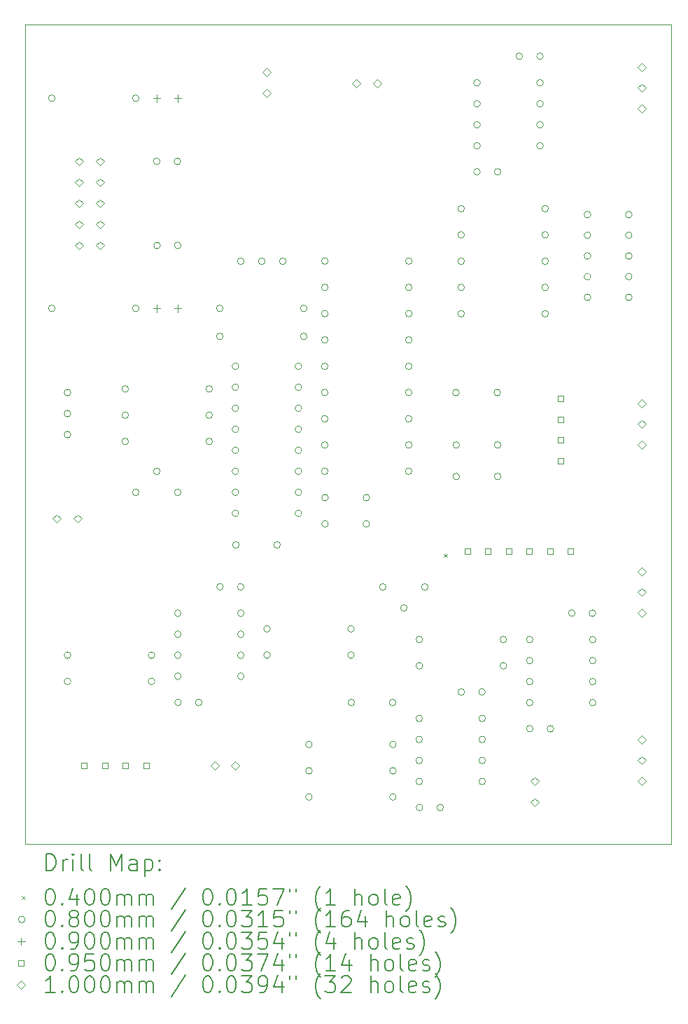
<source format=gbr>
%TF.GenerationSoftware,KiCad,Pcbnew,(6.0.11)*%
%TF.CreationDate,2023-07-18T09:20:42+09:00*%
%TF.ProjectId,3340VCO,33333430-5643-44f2-9e6b-696361645f70,1.0*%
%TF.SameCoordinates,Original*%
%TF.FileFunction,Drillmap*%
%TF.FilePolarity,Positive*%
%FSLAX45Y45*%
G04 Gerber Fmt 4.5, Leading zero omitted, Abs format (unit mm)*
G04 Created by KiCad (PCBNEW (6.0.11)) date 2023-07-18 09:20:42*
%MOMM*%
%LPD*%
G01*
G04 APERTURE LIST*
%ADD10C,0.100000*%
%ADD11C,0.200000*%
%ADD12C,0.040000*%
%ADD13C,0.080000*%
%ADD14C,0.090000*%
%ADD15C,0.095000*%
G04 APERTURE END LIST*
D10*
X17970500Y-5016500D02*
X10160000Y-5016500D01*
X10160000Y-5016500D02*
X10160000Y-14922500D01*
X10160000Y-14922500D02*
X17970500Y-14922500D01*
X17970500Y-14922500D02*
X17970500Y-5016500D01*
D11*
D12*
X15220000Y-11410000D02*
X15260000Y-11450000D01*
X15260000Y-11410000D02*
X15220000Y-11450000D01*
D13*
X10517500Y-5905500D02*
G75*
G03*
X10517500Y-5905500I-40000J0D01*
G01*
X10517500Y-8445500D02*
G75*
G03*
X10517500Y-8445500I-40000J0D01*
G01*
X10708000Y-9461500D02*
G75*
G03*
X10708000Y-9461500I-40000J0D01*
G01*
X10708000Y-9715500D02*
G75*
G03*
X10708000Y-9715500I-40000J0D01*
G01*
X10708000Y-9969500D02*
G75*
G03*
X10708000Y-9969500I-40000J0D01*
G01*
X10709000Y-12636500D02*
G75*
G03*
X10709000Y-12636500I-40000J0D01*
G01*
X10709000Y-12954000D02*
G75*
G03*
X10709000Y-12954000I-40000J0D01*
G01*
X11406500Y-9418000D02*
G75*
G03*
X11406500Y-9418000I-40000J0D01*
G01*
X11406500Y-9734500D02*
G75*
G03*
X11406500Y-9734500I-40000J0D01*
G01*
X11406500Y-10053000D02*
G75*
G03*
X11406500Y-10053000I-40000J0D01*
G01*
X11533500Y-5905500D02*
G75*
G03*
X11533500Y-5905500I-40000J0D01*
G01*
X11533500Y-8445500D02*
G75*
G03*
X11533500Y-8445500I-40000J0D01*
G01*
X11533500Y-10668000D02*
G75*
G03*
X11533500Y-10668000I-40000J0D01*
G01*
X11725000Y-12636500D02*
G75*
G03*
X11725000Y-12636500I-40000J0D01*
G01*
X11725000Y-12954000D02*
G75*
G03*
X11725000Y-12954000I-40000J0D01*
G01*
X11787500Y-6667500D02*
G75*
G03*
X11787500Y-6667500I-40000J0D01*
G01*
X11787500Y-10414000D02*
G75*
G03*
X11787500Y-10414000I-40000J0D01*
G01*
X11791500Y-7683500D02*
G75*
G03*
X11791500Y-7683500I-40000J0D01*
G01*
X12037500Y-6667500D02*
G75*
G03*
X12037500Y-6667500I-40000J0D01*
G01*
X12041500Y-7683500D02*
G75*
G03*
X12041500Y-7683500I-40000J0D01*
G01*
X12041500Y-10668000D02*
G75*
G03*
X12041500Y-10668000I-40000J0D01*
G01*
X12042500Y-12129500D02*
G75*
G03*
X12042500Y-12129500I-40000J0D01*
G01*
X12042500Y-12383500D02*
G75*
G03*
X12042500Y-12383500I-40000J0D01*
G01*
X12042500Y-12637500D02*
G75*
G03*
X12042500Y-12637500I-40000J0D01*
G01*
X12042500Y-12891500D02*
G75*
G03*
X12042500Y-12891500I-40000J0D01*
G01*
X12045500Y-13207000D02*
G75*
G03*
X12045500Y-13207000I-40000J0D01*
G01*
X12295500Y-13207000D02*
G75*
G03*
X12295500Y-13207000I-40000J0D01*
G01*
X12422500Y-9418000D02*
G75*
G03*
X12422500Y-9418000I-40000J0D01*
G01*
X12422500Y-9734500D02*
G75*
G03*
X12422500Y-9734500I-40000J0D01*
G01*
X12422500Y-10053000D02*
G75*
G03*
X12422500Y-10053000I-40000J0D01*
G01*
X12549500Y-8445500D02*
G75*
G03*
X12549500Y-8445500I-40000J0D01*
G01*
X12549500Y-8783000D02*
G75*
G03*
X12549500Y-8783000I-40000J0D01*
G01*
X12552500Y-11810000D02*
G75*
G03*
X12552500Y-11810000I-40000J0D01*
G01*
X12740000Y-9143000D02*
G75*
G03*
X12740000Y-9143000I-40000J0D01*
G01*
X12740000Y-9397000D02*
G75*
G03*
X12740000Y-9397000I-40000J0D01*
G01*
X12740000Y-9651000D02*
G75*
G03*
X12740000Y-9651000I-40000J0D01*
G01*
X12740000Y-9905000D02*
G75*
G03*
X12740000Y-9905000I-40000J0D01*
G01*
X12740000Y-10159000D02*
G75*
G03*
X12740000Y-10159000I-40000J0D01*
G01*
X12740000Y-10413000D02*
G75*
G03*
X12740000Y-10413000I-40000J0D01*
G01*
X12740000Y-10667000D02*
G75*
G03*
X12740000Y-10667000I-40000J0D01*
G01*
X12740000Y-10921000D02*
G75*
G03*
X12740000Y-10921000I-40000J0D01*
G01*
X12744000Y-11303000D02*
G75*
G03*
X12744000Y-11303000I-40000J0D01*
G01*
X12802500Y-11810000D02*
G75*
G03*
X12802500Y-11810000I-40000J0D01*
G01*
X12804500Y-7874000D02*
G75*
G03*
X12804500Y-7874000I-40000J0D01*
G01*
X12804500Y-12129500D02*
G75*
G03*
X12804500Y-12129500I-40000J0D01*
G01*
X12804500Y-12383500D02*
G75*
G03*
X12804500Y-12383500I-40000J0D01*
G01*
X12804500Y-12637500D02*
G75*
G03*
X12804500Y-12637500I-40000J0D01*
G01*
X12804500Y-12891500D02*
G75*
G03*
X12804500Y-12891500I-40000J0D01*
G01*
X13058500Y-7874000D02*
G75*
G03*
X13058500Y-7874000I-40000J0D01*
G01*
X13122000Y-12318000D02*
G75*
G03*
X13122000Y-12318000I-40000J0D01*
G01*
X13122000Y-12635500D02*
G75*
G03*
X13122000Y-12635500I-40000J0D01*
G01*
X13244000Y-11303000D02*
G75*
G03*
X13244000Y-11303000I-40000J0D01*
G01*
X13312500Y-7874000D02*
G75*
G03*
X13312500Y-7874000I-40000J0D01*
G01*
X13502000Y-9143000D02*
G75*
G03*
X13502000Y-9143000I-40000J0D01*
G01*
X13502000Y-9397000D02*
G75*
G03*
X13502000Y-9397000I-40000J0D01*
G01*
X13502000Y-9651000D02*
G75*
G03*
X13502000Y-9651000I-40000J0D01*
G01*
X13502000Y-9905000D02*
G75*
G03*
X13502000Y-9905000I-40000J0D01*
G01*
X13502000Y-10159000D02*
G75*
G03*
X13502000Y-10159000I-40000J0D01*
G01*
X13502000Y-10413000D02*
G75*
G03*
X13502000Y-10413000I-40000J0D01*
G01*
X13502000Y-10667000D02*
G75*
G03*
X13502000Y-10667000I-40000J0D01*
G01*
X13502000Y-10921000D02*
G75*
G03*
X13502000Y-10921000I-40000J0D01*
G01*
X13565500Y-8445500D02*
G75*
G03*
X13565500Y-8445500I-40000J0D01*
G01*
X13565500Y-8783000D02*
G75*
G03*
X13565500Y-8783000I-40000J0D01*
G01*
X13629000Y-13716000D02*
G75*
G03*
X13629000Y-13716000I-40000J0D01*
G01*
X13629000Y-14033500D02*
G75*
G03*
X13629000Y-14033500I-40000J0D01*
G01*
X13629000Y-14351000D02*
G75*
G03*
X13629000Y-14351000I-40000J0D01*
G01*
X13819500Y-9144000D02*
G75*
G03*
X13819500Y-9144000I-40000J0D01*
G01*
X13819500Y-9461500D02*
G75*
G03*
X13819500Y-9461500I-40000J0D01*
G01*
X13819500Y-9778000D02*
G75*
G03*
X13819500Y-9778000I-40000J0D01*
G01*
X13819500Y-10095500D02*
G75*
G03*
X13819500Y-10095500I-40000J0D01*
G01*
X13819500Y-10413000D02*
G75*
G03*
X13819500Y-10413000I-40000J0D01*
G01*
X13820500Y-7873000D02*
G75*
G03*
X13820500Y-7873000I-40000J0D01*
G01*
X13820500Y-8190500D02*
G75*
G03*
X13820500Y-8190500I-40000J0D01*
G01*
X13820500Y-8508000D02*
G75*
G03*
X13820500Y-8508000I-40000J0D01*
G01*
X13820500Y-8825500D02*
G75*
G03*
X13820500Y-8825500I-40000J0D01*
G01*
X13823500Y-10731500D02*
G75*
G03*
X13823500Y-10731500I-40000J0D01*
G01*
X13823500Y-11049000D02*
G75*
G03*
X13823500Y-11049000I-40000J0D01*
G01*
X14138000Y-12318000D02*
G75*
G03*
X14138000Y-12318000I-40000J0D01*
G01*
X14138000Y-12635500D02*
G75*
G03*
X14138000Y-12635500I-40000J0D01*
G01*
X14141000Y-13208000D02*
G75*
G03*
X14141000Y-13208000I-40000J0D01*
G01*
X14323500Y-10731500D02*
G75*
G03*
X14323500Y-10731500I-40000J0D01*
G01*
X14323500Y-11049000D02*
G75*
G03*
X14323500Y-11049000I-40000J0D01*
G01*
X14522000Y-11811000D02*
G75*
G03*
X14522000Y-11811000I-40000J0D01*
G01*
X14641000Y-13208000D02*
G75*
G03*
X14641000Y-13208000I-40000J0D01*
G01*
X14645000Y-13716000D02*
G75*
G03*
X14645000Y-13716000I-40000J0D01*
G01*
X14645000Y-14033500D02*
G75*
G03*
X14645000Y-14033500I-40000J0D01*
G01*
X14645000Y-14351000D02*
G75*
G03*
X14645000Y-14351000I-40000J0D01*
G01*
X14776000Y-12065000D02*
G75*
G03*
X14776000Y-12065000I-40000J0D01*
G01*
X14835500Y-9144000D02*
G75*
G03*
X14835500Y-9144000I-40000J0D01*
G01*
X14835500Y-9461500D02*
G75*
G03*
X14835500Y-9461500I-40000J0D01*
G01*
X14835500Y-9778000D02*
G75*
G03*
X14835500Y-9778000I-40000J0D01*
G01*
X14835500Y-10095500D02*
G75*
G03*
X14835500Y-10095500I-40000J0D01*
G01*
X14835500Y-10413000D02*
G75*
G03*
X14835500Y-10413000I-40000J0D01*
G01*
X14836500Y-7873000D02*
G75*
G03*
X14836500Y-7873000I-40000J0D01*
G01*
X14836500Y-8190500D02*
G75*
G03*
X14836500Y-8190500I-40000J0D01*
G01*
X14836500Y-8508000D02*
G75*
G03*
X14836500Y-8508000I-40000J0D01*
G01*
X14836500Y-8825500D02*
G75*
G03*
X14836500Y-8825500I-40000J0D01*
G01*
X14963500Y-13400500D02*
G75*
G03*
X14963500Y-13400500I-40000J0D01*
G01*
X14963500Y-13654500D02*
G75*
G03*
X14963500Y-13654500I-40000J0D01*
G01*
X14963500Y-13908500D02*
G75*
G03*
X14963500Y-13908500I-40000J0D01*
G01*
X14963500Y-14162500D02*
G75*
G03*
X14963500Y-14162500I-40000J0D01*
G01*
X14964500Y-12447000D02*
G75*
G03*
X14964500Y-12447000I-40000J0D01*
G01*
X14964500Y-12764500D02*
G75*
G03*
X14964500Y-12764500I-40000J0D01*
G01*
X14966500Y-14478000D02*
G75*
G03*
X14966500Y-14478000I-40000J0D01*
G01*
X15030000Y-11811000D02*
G75*
G03*
X15030000Y-11811000I-40000J0D01*
G01*
X15216500Y-14478000D02*
G75*
G03*
X15216500Y-14478000I-40000J0D01*
G01*
X15407000Y-9461500D02*
G75*
G03*
X15407000Y-9461500I-40000J0D01*
G01*
X15411000Y-10096500D02*
G75*
G03*
X15411000Y-10096500I-40000J0D01*
G01*
X15411000Y-10477500D02*
G75*
G03*
X15411000Y-10477500I-40000J0D01*
G01*
X15470500Y-7239000D02*
G75*
G03*
X15470500Y-7239000I-40000J0D01*
G01*
X15470500Y-7556500D02*
G75*
G03*
X15470500Y-7556500I-40000J0D01*
G01*
X15470500Y-7874000D02*
G75*
G03*
X15470500Y-7874000I-40000J0D01*
G01*
X15470500Y-8191500D02*
G75*
G03*
X15470500Y-8191500I-40000J0D01*
G01*
X15470500Y-8509000D02*
G75*
G03*
X15470500Y-8509000I-40000J0D01*
G01*
X15472500Y-13081000D02*
G75*
G03*
X15472500Y-13081000I-40000J0D01*
G01*
X15661000Y-6793500D02*
G75*
G03*
X15661000Y-6793500I-40000J0D01*
G01*
X15662000Y-5716000D02*
G75*
G03*
X15662000Y-5716000I-40000J0D01*
G01*
X15662000Y-5970000D02*
G75*
G03*
X15662000Y-5970000I-40000J0D01*
G01*
X15662000Y-6224000D02*
G75*
G03*
X15662000Y-6224000I-40000J0D01*
G01*
X15662000Y-6478000D02*
G75*
G03*
X15662000Y-6478000I-40000J0D01*
G01*
X15722500Y-13081000D02*
G75*
G03*
X15722500Y-13081000I-40000J0D01*
G01*
X15725500Y-13400500D02*
G75*
G03*
X15725500Y-13400500I-40000J0D01*
G01*
X15725500Y-13654500D02*
G75*
G03*
X15725500Y-13654500I-40000J0D01*
G01*
X15725500Y-13908500D02*
G75*
G03*
X15725500Y-13908500I-40000J0D01*
G01*
X15725500Y-14162500D02*
G75*
G03*
X15725500Y-14162500I-40000J0D01*
G01*
X15907000Y-9461500D02*
G75*
G03*
X15907000Y-9461500I-40000J0D01*
G01*
X15911000Y-6793500D02*
G75*
G03*
X15911000Y-6793500I-40000J0D01*
G01*
X15911000Y-10096500D02*
G75*
G03*
X15911000Y-10096500I-40000J0D01*
G01*
X15911000Y-10477500D02*
G75*
G03*
X15911000Y-10477500I-40000J0D01*
G01*
X15980500Y-12447000D02*
G75*
G03*
X15980500Y-12447000I-40000J0D01*
G01*
X15980500Y-12764500D02*
G75*
G03*
X15980500Y-12764500I-40000J0D01*
G01*
X16173000Y-5396500D02*
G75*
G03*
X16173000Y-5396500I-40000J0D01*
G01*
X16299000Y-12448000D02*
G75*
G03*
X16299000Y-12448000I-40000J0D01*
G01*
X16299000Y-12702000D02*
G75*
G03*
X16299000Y-12702000I-40000J0D01*
G01*
X16299000Y-12956000D02*
G75*
G03*
X16299000Y-12956000I-40000J0D01*
G01*
X16299000Y-13210000D02*
G75*
G03*
X16299000Y-13210000I-40000J0D01*
G01*
X16300000Y-13525500D02*
G75*
G03*
X16300000Y-13525500I-40000J0D01*
G01*
X16423000Y-5396500D02*
G75*
G03*
X16423000Y-5396500I-40000J0D01*
G01*
X16424000Y-5716000D02*
G75*
G03*
X16424000Y-5716000I-40000J0D01*
G01*
X16424000Y-5970000D02*
G75*
G03*
X16424000Y-5970000I-40000J0D01*
G01*
X16424000Y-6224000D02*
G75*
G03*
X16424000Y-6224000I-40000J0D01*
G01*
X16424000Y-6478000D02*
G75*
G03*
X16424000Y-6478000I-40000J0D01*
G01*
X16486500Y-7239000D02*
G75*
G03*
X16486500Y-7239000I-40000J0D01*
G01*
X16486500Y-7556500D02*
G75*
G03*
X16486500Y-7556500I-40000J0D01*
G01*
X16486500Y-7874000D02*
G75*
G03*
X16486500Y-7874000I-40000J0D01*
G01*
X16486500Y-8191500D02*
G75*
G03*
X16486500Y-8191500I-40000J0D01*
G01*
X16486500Y-8509000D02*
G75*
G03*
X16486500Y-8509000I-40000J0D01*
G01*
X16550000Y-13525500D02*
G75*
G03*
X16550000Y-13525500I-40000J0D01*
G01*
X16808000Y-12128500D02*
G75*
G03*
X16808000Y-12128500I-40000J0D01*
G01*
X16998250Y-7310500D02*
G75*
G03*
X16998250Y-7310500I-40000J0D01*
G01*
X16998250Y-7560500D02*
G75*
G03*
X16998250Y-7560500I-40000J0D01*
G01*
X16998250Y-7810500D02*
G75*
G03*
X16998250Y-7810500I-40000J0D01*
G01*
X16998250Y-8060500D02*
G75*
G03*
X16998250Y-8060500I-40000J0D01*
G01*
X16998250Y-8310500D02*
G75*
G03*
X16998250Y-8310500I-40000J0D01*
G01*
X17058000Y-12128500D02*
G75*
G03*
X17058000Y-12128500I-40000J0D01*
G01*
X17061000Y-12448000D02*
G75*
G03*
X17061000Y-12448000I-40000J0D01*
G01*
X17061000Y-12702000D02*
G75*
G03*
X17061000Y-12702000I-40000J0D01*
G01*
X17061000Y-12956000D02*
G75*
G03*
X17061000Y-12956000I-40000J0D01*
G01*
X17061000Y-13210000D02*
G75*
G03*
X17061000Y-13210000I-40000J0D01*
G01*
X17498250Y-7310500D02*
G75*
G03*
X17498250Y-7310500I-40000J0D01*
G01*
X17498250Y-7560500D02*
G75*
G03*
X17498250Y-7560500I-40000J0D01*
G01*
X17498250Y-7810500D02*
G75*
G03*
X17498250Y-7810500I-40000J0D01*
G01*
X17498250Y-8060500D02*
G75*
G03*
X17498250Y-8060500I-40000J0D01*
G01*
X17498250Y-8310500D02*
G75*
G03*
X17498250Y-8310500I-40000J0D01*
G01*
D14*
X11747500Y-5860500D02*
X11747500Y-5950500D01*
X11702500Y-5905500D02*
X11792500Y-5905500D01*
X11747500Y-8400500D02*
X11747500Y-8490500D01*
X11702500Y-8445500D02*
X11792500Y-8445500D01*
X12001500Y-5860500D02*
X12001500Y-5950500D01*
X11956500Y-5905500D02*
X12046500Y-5905500D01*
X12001500Y-8400500D02*
X12001500Y-8490500D01*
X11956500Y-8445500D02*
X12046500Y-8445500D01*
D15*
X10904088Y-14003588D02*
X10904088Y-13936412D01*
X10836912Y-13936412D01*
X10836912Y-14003588D01*
X10904088Y-14003588D01*
X11154088Y-14003588D02*
X11154088Y-13936412D01*
X11086912Y-13936412D01*
X11086912Y-14003588D01*
X11154088Y-14003588D01*
X11404088Y-14003588D02*
X11404088Y-13936412D01*
X11336912Y-13936412D01*
X11336912Y-14003588D01*
X11404088Y-14003588D01*
X11654088Y-14003588D02*
X11654088Y-13936412D01*
X11586912Y-13936412D01*
X11586912Y-14003588D01*
X11654088Y-14003588D01*
X15537588Y-11411088D02*
X15537588Y-11343912D01*
X15470412Y-11343912D01*
X15470412Y-11411088D01*
X15537588Y-11411088D01*
X15787588Y-11411088D02*
X15787588Y-11343912D01*
X15720412Y-11343912D01*
X15720412Y-11411088D01*
X15787588Y-11411088D01*
X16037588Y-11411088D02*
X16037588Y-11343912D01*
X15970412Y-11343912D01*
X15970412Y-11411088D01*
X16037588Y-11411088D01*
X16287588Y-11411088D02*
X16287588Y-11343912D01*
X16220412Y-11343912D01*
X16220412Y-11411088D01*
X16287588Y-11411088D01*
X16537588Y-11411088D02*
X16537588Y-11343912D01*
X16470412Y-11343912D01*
X16470412Y-11411088D01*
X16537588Y-11411088D01*
X16670588Y-9570588D02*
X16670588Y-9503412D01*
X16603412Y-9503412D01*
X16603412Y-9570588D01*
X16670588Y-9570588D01*
X16670588Y-9820588D02*
X16670588Y-9753412D01*
X16603412Y-9753412D01*
X16603412Y-9820588D01*
X16670588Y-9820588D01*
X16670588Y-10070588D02*
X16670588Y-10003412D01*
X16603412Y-10003412D01*
X16603412Y-10070588D01*
X16670588Y-10070588D01*
X16670588Y-10320588D02*
X16670588Y-10253412D01*
X16603412Y-10253412D01*
X16603412Y-10320588D01*
X16670588Y-10320588D01*
X16787588Y-11411088D02*
X16787588Y-11343912D01*
X16720412Y-11343912D01*
X16720412Y-11411088D01*
X16787588Y-11411088D01*
D10*
X10541000Y-11035500D02*
X10591000Y-10985500D01*
X10541000Y-10935500D01*
X10491000Y-10985500D01*
X10541000Y-11035500D01*
X10795000Y-11035500D02*
X10845000Y-10985500D01*
X10795000Y-10935500D01*
X10745000Y-10985500D01*
X10795000Y-11035500D01*
X10806750Y-6717500D02*
X10856750Y-6667500D01*
X10806750Y-6617500D01*
X10756750Y-6667500D01*
X10806750Y-6717500D01*
X10806750Y-6971500D02*
X10856750Y-6921500D01*
X10806750Y-6871500D01*
X10756750Y-6921500D01*
X10806750Y-6971500D01*
X10806750Y-7225500D02*
X10856750Y-7175500D01*
X10806750Y-7125500D01*
X10756750Y-7175500D01*
X10806750Y-7225500D01*
X10806750Y-7479500D02*
X10856750Y-7429500D01*
X10806750Y-7379500D01*
X10756750Y-7429500D01*
X10806750Y-7479500D01*
X10806750Y-7733500D02*
X10856750Y-7683500D01*
X10806750Y-7633500D01*
X10756750Y-7683500D01*
X10806750Y-7733500D01*
X11060750Y-6717500D02*
X11110750Y-6667500D01*
X11060750Y-6617500D01*
X11010750Y-6667500D01*
X11060750Y-6717500D01*
X11060750Y-6971500D02*
X11110750Y-6921500D01*
X11060750Y-6871500D01*
X11010750Y-6921500D01*
X11060750Y-6971500D01*
X11060750Y-7225500D02*
X11110750Y-7175500D01*
X11060750Y-7125500D01*
X11010750Y-7175500D01*
X11060750Y-7225500D01*
X11060750Y-7479500D02*
X11110750Y-7429500D01*
X11060750Y-7379500D01*
X11010750Y-7429500D01*
X11060750Y-7479500D01*
X11060750Y-7733500D02*
X11110750Y-7683500D01*
X11060750Y-7633500D01*
X11010750Y-7683500D01*
X11060750Y-7733500D01*
X12448000Y-14020000D02*
X12498000Y-13970000D01*
X12448000Y-13920000D01*
X12398000Y-13970000D01*
X12448000Y-14020000D01*
X12698000Y-14020000D02*
X12748000Y-13970000D01*
X12698000Y-13920000D01*
X12648000Y-13970000D01*
X12698000Y-14020000D01*
X13081000Y-5638000D02*
X13131000Y-5588000D01*
X13081000Y-5538000D01*
X13031000Y-5588000D01*
X13081000Y-5638000D01*
X13081000Y-5892000D02*
X13131000Y-5842000D01*
X13081000Y-5792000D01*
X13031000Y-5842000D01*
X13081000Y-5892000D01*
X14162500Y-5776000D02*
X14212500Y-5726000D01*
X14162500Y-5676000D01*
X14112500Y-5726000D01*
X14162500Y-5776000D01*
X14412500Y-5776000D02*
X14462500Y-5726000D01*
X14412500Y-5676000D01*
X14362500Y-5726000D01*
X14412500Y-5776000D01*
X16319500Y-14210500D02*
X16369500Y-14160500D01*
X16319500Y-14110500D01*
X16269500Y-14160500D01*
X16319500Y-14210500D01*
X16319500Y-14464500D02*
X16369500Y-14414500D01*
X16319500Y-14364500D01*
X16269500Y-14414500D01*
X16319500Y-14464500D01*
X17613000Y-5578500D02*
X17663000Y-5528500D01*
X17613000Y-5478500D01*
X17563000Y-5528500D01*
X17613000Y-5578500D01*
X17613000Y-5828500D02*
X17663000Y-5778500D01*
X17613000Y-5728500D01*
X17563000Y-5778500D01*
X17613000Y-5828500D01*
X17613000Y-6078500D02*
X17663000Y-6028500D01*
X17613000Y-5978500D01*
X17563000Y-6028500D01*
X17613000Y-6078500D01*
X17613000Y-9642500D02*
X17663000Y-9592500D01*
X17613000Y-9542500D01*
X17563000Y-9592500D01*
X17613000Y-9642500D01*
X17613000Y-9892500D02*
X17663000Y-9842500D01*
X17613000Y-9792500D01*
X17563000Y-9842500D01*
X17613000Y-9892500D01*
X17613000Y-10142500D02*
X17663000Y-10092500D01*
X17613000Y-10042500D01*
X17563000Y-10092500D01*
X17613000Y-10142500D01*
X17613000Y-11674500D02*
X17663000Y-11624500D01*
X17613000Y-11574500D01*
X17563000Y-11624500D01*
X17613000Y-11674500D01*
X17613000Y-11924500D02*
X17663000Y-11874500D01*
X17613000Y-11824500D01*
X17563000Y-11874500D01*
X17613000Y-11924500D01*
X17613000Y-12174500D02*
X17663000Y-12124500D01*
X17613000Y-12074500D01*
X17563000Y-12124500D01*
X17613000Y-12174500D01*
X17613000Y-13706500D02*
X17663000Y-13656500D01*
X17613000Y-13606500D01*
X17563000Y-13656500D01*
X17613000Y-13706500D01*
X17613000Y-13956500D02*
X17663000Y-13906500D01*
X17613000Y-13856500D01*
X17563000Y-13906500D01*
X17613000Y-13956500D01*
X17613000Y-14206500D02*
X17663000Y-14156500D01*
X17613000Y-14106500D01*
X17563000Y-14156500D01*
X17613000Y-14206500D01*
D11*
X10412619Y-15237976D02*
X10412619Y-15037976D01*
X10460238Y-15037976D01*
X10488810Y-15047500D01*
X10507857Y-15066548D01*
X10517381Y-15085595D01*
X10526905Y-15123690D01*
X10526905Y-15152262D01*
X10517381Y-15190357D01*
X10507857Y-15209405D01*
X10488810Y-15228452D01*
X10460238Y-15237976D01*
X10412619Y-15237976D01*
X10612619Y-15237976D02*
X10612619Y-15104643D01*
X10612619Y-15142738D02*
X10622143Y-15123690D01*
X10631667Y-15114167D01*
X10650714Y-15104643D01*
X10669762Y-15104643D01*
X10736429Y-15237976D02*
X10736429Y-15104643D01*
X10736429Y-15037976D02*
X10726905Y-15047500D01*
X10736429Y-15057024D01*
X10745952Y-15047500D01*
X10736429Y-15037976D01*
X10736429Y-15057024D01*
X10860238Y-15237976D02*
X10841190Y-15228452D01*
X10831667Y-15209405D01*
X10831667Y-15037976D01*
X10965000Y-15237976D02*
X10945952Y-15228452D01*
X10936429Y-15209405D01*
X10936429Y-15037976D01*
X11193571Y-15237976D02*
X11193571Y-15037976D01*
X11260238Y-15180833D01*
X11326905Y-15037976D01*
X11326905Y-15237976D01*
X11507857Y-15237976D02*
X11507857Y-15133214D01*
X11498333Y-15114167D01*
X11479286Y-15104643D01*
X11441190Y-15104643D01*
X11422143Y-15114167D01*
X11507857Y-15228452D02*
X11488809Y-15237976D01*
X11441190Y-15237976D01*
X11422143Y-15228452D01*
X11412619Y-15209405D01*
X11412619Y-15190357D01*
X11422143Y-15171309D01*
X11441190Y-15161786D01*
X11488809Y-15161786D01*
X11507857Y-15152262D01*
X11603095Y-15104643D02*
X11603095Y-15304643D01*
X11603095Y-15114167D02*
X11622143Y-15104643D01*
X11660238Y-15104643D01*
X11679286Y-15114167D01*
X11688809Y-15123690D01*
X11698333Y-15142738D01*
X11698333Y-15199881D01*
X11688809Y-15218928D01*
X11679286Y-15228452D01*
X11660238Y-15237976D01*
X11622143Y-15237976D01*
X11603095Y-15228452D01*
X11784048Y-15218928D02*
X11793571Y-15228452D01*
X11784048Y-15237976D01*
X11774524Y-15228452D01*
X11784048Y-15218928D01*
X11784048Y-15237976D01*
X11784048Y-15114167D02*
X11793571Y-15123690D01*
X11784048Y-15133214D01*
X11774524Y-15123690D01*
X11784048Y-15114167D01*
X11784048Y-15133214D01*
D12*
X10115000Y-15547500D02*
X10155000Y-15587500D01*
X10155000Y-15547500D02*
X10115000Y-15587500D01*
D11*
X10450714Y-15457976D02*
X10469762Y-15457976D01*
X10488810Y-15467500D01*
X10498333Y-15477024D01*
X10507857Y-15496071D01*
X10517381Y-15534167D01*
X10517381Y-15581786D01*
X10507857Y-15619881D01*
X10498333Y-15638928D01*
X10488810Y-15648452D01*
X10469762Y-15657976D01*
X10450714Y-15657976D01*
X10431667Y-15648452D01*
X10422143Y-15638928D01*
X10412619Y-15619881D01*
X10403095Y-15581786D01*
X10403095Y-15534167D01*
X10412619Y-15496071D01*
X10422143Y-15477024D01*
X10431667Y-15467500D01*
X10450714Y-15457976D01*
X10603095Y-15638928D02*
X10612619Y-15648452D01*
X10603095Y-15657976D01*
X10593571Y-15648452D01*
X10603095Y-15638928D01*
X10603095Y-15657976D01*
X10784048Y-15524643D02*
X10784048Y-15657976D01*
X10736429Y-15448452D02*
X10688810Y-15591309D01*
X10812619Y-15591309D01*
X10926905Y-15457976D02*
X10945952Y-15457976D01*
X10965000Y-15467500D01*
X10974524Y-15477024D01*
X10984048Y-15496071D01*
X10993571Y-15534167D01*
X10993571Y-15581786D01*
X10984048Y-15619881D01*
X10974524Y-15638928D01*
X10965000Y-15648452D01*
X10945952Y-15657976D01*
X10926905Y-15657976D01*
X10907857Y-15648452D01*
X10898333Y-15638928D01*
X10888810Y-15619881D01*
X10879286Y-15581786D01*
X10879286Y-15534167D01*
X10888810Y-15496071D01*
X10898333Y-15477024D01*
X10907857Y-15467500D01*
X10926905Y-15457976D01*
X11117381Y-15457976D02*
X11136429Y-15457976D01*
X11155476Y-15467500D01*
X11165000Y-15477024D01*
X11174524Y-15496071D01*
X11184048Y-15534167D01*
X11184048Y-15581786D01*
X11174524Y-15619881D01*
X11165000Y-15638928D01*
X11155476Y-15648452D01*
X11136429Y-15657976D01*
X11117381Y-15657976D01*
X11098333Y-15648452D01*
X11088810Y-15638928D01*
X11079286Y-15619881D01*
X11069762Y-15581786D01*
X11069762Y-15534167D01*
X11079286Y-15496071D01*
X11088810Y-15477024D01*
X11098333Y-15467500D01*
X11117381Y-15457976D01*
X11269762Y-15657976D02*
X11269762Y-15524643D01*
X11269762Y-15543690D02*
X11279286Y-15534167D01*
X11298333Y-15524643D01*
X11326905Y-15524643D01*
X11345952Y-15534167D01*
X11355476Y-15553214D01*
X11355476Y-15657976D01*
X11355476Y-15553214D02*
X11365000Y-15534167D01*
X11384048Y-15524643D01*
X11412619Y-15524643D01*
X11431667Y-15534167D01*
X11441190Y-15553214D01*
X11441190Y-15657976D01*
X11536428Y-15657976D02*
X11536428Y-15524643D01*
X11536428Y-15543690D02*
X11545952Y-15534167D01*
X11565000Y-15524643D01*
X11593571Y-15524643D01*
X11612619Y-15534167D01*
X11622143Y-15553214D01*
X11622143Y-15657976D01*
X11622143Y-15553214D02*
X11631667Y-15534167D01*
X11650714Y-15524643D01*
X11679286Y-15524643D01*
X11698333Y-15534167D01*
X11707857Y-15553214D01*
X11707857Y-15657976D01*
X12098333Y-15448452D02*
X11926905Y-15705595D01*
X12355476Y-15457976D02*
X12374524Y-15457976D01*
X12393571Y-15467500D01*
X12403095Y-15477024D01*
X12412619Y-15496071D01*
X12422143Y-15534167D01*
X12422143Y-15581786D01*
X12412619Y-15619881D01*
X12403095Y-15638928D01*
X12393571Y-15648452D01*
X12374524Y-15657976D01*
X12355476Y-15657976D01*
X12336428Y-15648452D01*
X12326905Y-15638928D01*
X12317381Y-15619881D01*
X12307857Y-15581786D01*
X12307857Y-15534167D01*
X12317381Y-15496071D01*
X12326905Y-15477024D01*
X12336428Y-15467500D01*
X12355476Y-15457976D01*
X12507857Y-15638928D02*
X12517381Y-15648452D01*
X12507857Y-15657976D01*
X12498333Y-15648452D01*
X12507857Y-15638928D01*
X12507857Y-15657976D01*
X12641190Y-15457976D02*
X12660238Y-15457976D01*
X12679286Y-15467500D01*
X12688809Y-15477024D01*
X12698333Y-15496071D01*
X12707857Y-15534167D01*
X12707857Y-15581786D01*
X12698333Y-15619881D01*
X12688809Y-15638928D01*
X12679286Y-15648452D01*
X12660238Y-15657976D01*
X12641190Y-15657976D01*
X12622143Y-15648452D01*
X12612619Y-15638928D01*
X12603095Y-15619881D01*
X12593571Y-15581786D01*
X12593571Y-15534167D01*
X12603095Y-15496071D01*
X12612619Y-15477024D01*
X12622143Y-15467500D01*
X12641190Y-15457976D01*
X12898333Y-15657976D02*
X12784048Y-15657976D01*
X12841190Y-15657976D02*
X12841190Y-15457976D01*
X12822143Y-15486548D01*
X12803095Y-15505595D01*
X12784048Y-15515119D01*
X13079286Y-15457976D02*
X12984048Y-15457976D01*
X12974524Y-15553214D01*
X12984048Y-15543690D01*
X13003095Y-15534167D01*
X13050714Y-15534167D01*
X13069762Y-15543690D01*
X13079286Y-15553214D01*
X13088809Y-15572262D01*
X13088809Y-15619881D01*
X13079286Y-15638928D01*
X13069762Y-15648452D01*
X13050714Y-15657976D01*
X13003095Y-15657976D01*
X12984048Y-15648452D01*
X12974524Y-15638928D01*
X13155476Y-15457976D02*
X13288809Y-15457976D01*
X13203095Y-15657976D01*
X13355476Y-15457976D02*
X13355476Y-15496071D01*
X13431667Y-15457976D02*
X13431667Y-15496071D01*
X13726905Y-15734167D02*
X13717381Y-15724643D01*
X13698333Y-15696071D01*
X13688809Y-15677024D01*
X13679286Y-15648452D01*
X13669762Y-15600833D01*
X13669762Y-15562738D01*
X13679286Y-15515119D01*
X13688809Y-15486548D01*
X13698333Y-15467500D01*
X13717381Y-15438928D01*
X13726905Y-15429405D01*
X13907857Y-15657976D02*
X13793571Y-15657976D01*
X13850714Y-15657976D02*
X13850714Y-15457976D01*
X13831667Y-15486548D01*
X13812619Y-15505595D01*
X13793571Y-15515119D01*
X14145952Y-15657976D02*
X14145952Y-15457976D01*
X14231667Y-15657976D02*
X14231667Y-15553214D01*
X14222143Y-15534167D01*
X14203095Y-15524643D01*
X14174524Y-15524643D01*
X14155476Y-15534167D01*
X14145952Y-15543690D01*
X14355476Y-15657976D02*
X14336428Y-15648452D01*
X14326905Y-15638928D01*
X14317381Y-15619881D01*
X14317381Y-15562738D01*
X14326905Y-15543690D01*
X14336428Y-15534167D01*
X14355476Y-15524643D01*
X14384048Y-15524643D01*
X14403095Y-15534167D01*
X14412619Y-15543690D01*
X14422143Y-15562738D01*
X14422143Y-15619881D01*
X14412619Y-15638928D01*
X14403095Y-15648452D01*
X14384048Y-15657976D01*
X14355476Y-15657976D01*
X14536428Y-15657976D02*
X14517381Y-15648452D01*
X14507857Y-15629405D01*
X14507857Y-15457976D01*
X14688809Y-15648452D02*
X14669762Y-15657976D01*
X14631667Y-15657976D01*
X14612619Y-15648452D01*
X14603095Y-15629405D01*
X14603095Y-15553214D01*
X14612619Y-15534167D01*
X14631667Y-15524643D01*
X14669762Y-15524643D01*
X14688809Y-15534167D01*
X14698333Y-15553214D01*
X14698333Y-15572262D01*
X14603095Y-15591309D01*
X14765000Y-15734167D02*
X14774524Y-15724643D01*
X14793571Y-15696071D01*
X14803095Y-15677024D01*
X14812619Y-15648452D01*
X14822143Y-15600833D01*
X14822143Y-15562738D01*
X14812619Y-15515119D01*
X14803095Y-15486548D01*
X14793571Y-15467500D01*
X14774524Y-15438928D01*
X14765000Y-15429405D01*
D13*
X10155000Y-15831500D02*
G75*
G03*
X10155000Y-15831500I-40000J0D01*
G01*
D11*
X10450714Y-15721976D02*
X10469762Y-15721976D01*
X10488810Y-15731500D01*
X10498333Y-15741024D01*
X10507857Y-15760071D01*
X10517381Y-15798167D01*
X10517381Y-15845786D01*
X10507857Y-15883881D01*
X10498333Y-15902928D01*
X10488810Y-15912452D01*
X10469762Y-15921976D01*
X10450714Y-15921976D01*
X10431667Y-15912452D01*
X10422143Y-15902928D01*
X10412619Y-15883881D01*
X10403095Y-15845786D01*
X10403095Y-15798167D01*
X10412619Y-15760071D01*
X10422143Y-15741024D01*
X10431667Y-15731500D01*
X10450714Y-15721976D01*
X10603095Y-15902928D02*
X10612619Y-15912452D01*
X10603095Y-15921976D01*
X10593571Y-15912452D01*
X10603095Y-15902928D01*
X10603095Y-15921976D01*
X10726905Y-15807690D02*
X10707857Y-15798167D01*
X10698333Y-15788643D01*
X10688810Y-15769595D01*
X10688810Y-15760071D01*
X10698333Y-15741024D01*
X10707857Y-15731500D01*
X10726905Y-15721976D01*
X10765000Y-15721976D01*
X10784048Y-15731500D01*
X10793571Y-15741024D01*
X10803095Y-15760071D01*
X10803095Y-15769595D01*
X10793571Y-15788643D01*
X10784048Y-15798167D01*
X10765000Y-15807690D01*
X10726905Y-15807690D01*
X10707857Y-15817214D01*
X10698333Y-15826738D01*
X10688810Y-15845786D01*
X10688810Y-15883881D01*
X10698333Y-15902928D01*
X10707857Y-15912452D01*
X10726905Y-15921976D01*
X10765000Y-15921976D01*
X10784048Y-15912452D01*
X10793571Y-15902928D01*
X10803095Y-15883881D01*
X10803095Y-15845786D01*
X10793571Y-15826738D01*
X10784048Y-15817214D01*
X10765000Y-15807690D01*
X10926905Y-15721976D02*
X10945952Y-15721976D01*
X10965000Y-15731500D01*
X10974524Y-15741024D01*
X10984048Y-15760071D01*
X10993571Y-15798167D01*
X10993571Y-15845786D01*
X10984048Y-15883881D01*
X10974524Y-15902928D01*
X10965000Y-15912452D01*
X10945952Y-15921976D01*
X10926905Y-15921976D01*
X10907857Y-15912452D01*
X10898333Y-15902928D01*
X10888810Y-15883881D01*
X10879286Y-15845786D01*
X10879286Y-15798167D01*
X10888810Y-15760071D01*
X10898333Y-15741024D01*
X10907857Y-15731500D01*
X10926905Y-15721976D01*
X11117381Y-15721976D02*
X11136429Y-15721976D01*
X11155476Y-15731500D01*
X11165000Y-15741024D01*
X11174524Y-15760071D01*
X11184048Y-15798167D01*
X11184048Y-15845786D01*
X11174524Y-15883881D01*
X11165000Y-15902928D01*
X11155476Y-15912452D01*
X11136429Y-15921976D01*
X11117381Y-15921976D01*
X11098333Y-15912452D01*
X11088810Y-15902928D01*
X11079286Y-15883881D01*
X11069762Y-15845786D01*
X11069762Y-15798167D01*
X11079286Y-15760071D01*
X11088810Y-15741024D01*
X11098333Y-15731500D01*
X11117381Y-15721976D01*
X11269762Y-15921976D02*
X11269762Y-15788643D01*
X11269762Y-15807690D02*
X11279286Y-15798167D01*
X11298333Y-15788643D01*
X11326905Y-15788643D01*
X11345952Y-15798167D01*
X11355476Y-15817214D01*
X11355476Y-15921976D01*
X11355476Y-15817214D02*
X11365000Y-15798167D01*
X11384048Y-15788643D01*
X11412619Y-15788643D01*
X11431667Y-15798167D01*
X11441190Y-15817214D01*
X11441190Y-15921976D01*
X11536428Y-15921976D02*
X11536428Y-15788643D01*
X11536428Y-15807690D02*
X11545952Y-15798167D01*
X11565000Y-15788643D01*
X11593571Y-15788643D01*
X11612619Y-15798167D01*
X11622143Y-15817214D01*
X11622143Y-15921976D01*
X11622143Y-15817214D02*
X11631667Y-15798167D01*
X11650714Y-15788643D01*
X11679286Y-15788643D01*
X11698333Y-15798167D01*
X11707857Y-15817214D01*
X11707857Y-15921976D01*
X12098333Y-15712452D02*
X11926905Y-15969595D01*
X12355476Y-15721976D02*
X12374524Y-15721976D01*
X12393571Y-15731500D01*
X12403095Y-15741024D01*
X12412619Y-15760071D01*
X12422143Y-15798167D01*
X12422143Y-15845786D01*
X12412619Y-15883881D01*
X12403095Y-15902928D01*
X12393571Y-15912452D01*
X12374524Y-15921976D01*
X12355476Y-15921976D01*
X12336428Y-15912452D01*
X12326905Y-15902928D01*
X12317381Y-15883881D01*
X12307857Y-15845786D01*
X12307857Y-15798167D01*
X12317381Y-15760071D01*
X12326905Y-15741024D01*
X12336428Y-15731500D01*
X12355476Y-15721976D01*
X12507857Y-15902928D02*
X12517381Y-15912452D01*
X12507857Y-15921976D01*
X12498333Y-15912452D01*
X12507857Y-15902928D01*
X12507857Y-15921976D01*
X12641190Y-15721976D02*
X12660238Y-15721976D01*
X12679286Y-15731500D01*
X12688809Y-15741024D01*
X12698333Y-15760071D01*
X12707857Y-15798167D01*
X12707857Y-15845786D01*
X12698333Y-15883881D01*
X12688809Y-15902928D01*
X12679286Y-15912452D01*
X12660238Y-15921976D01*
X12641190Y-15921976D01*
X12622143Y-15912452D01*
X12612619Y-15902928D01*
X12603095Y-15883881D01*
X12593571Y-15845786D01*
X12593571Y-15798167D01*
X12603095Y-15760071D01*
X12612619Y-15741024D01*
X12622143Y-15731500D01*
X12641190Y-15721976D01*
X12774524Y-15721976D02*
X12898333Y-15721976D01*
X12831667Y-15798167D01*
X12860238Y-15798167D01*
X12879286Y-15807690D01*
X12888809Y-15817214D01*
X12898333Y-15836262D01*
X12898333Y-15883881D01*
X12888809Y-15902928D01*
X12879286Y-15912452D01*
X12860238Y-15921976D01*
X12803095Y-15921976D01*
X12784048Y-15912452D01*
X12774524Y-15902928D01*
X13088809Y-15921976D02*
X12974524Y-15921976D01*
X13031667Y-15921976D02*
X13031667Y-15721976D01*
X13012619Y-15750548D01*
X12993571Y-15769595D01*
X12974524Y-15779119D01*
X13269762Y-15721976D02*
X13174524Y-15721976D01*
X13165000Y-15817214D01*
X13174524Y-15807690D01*
X13193571Y-15798167D01*
X13241190Y-15798167D01*
X13260238Y-15807690D01*
X13269762Y-15817214D01*
X13279286Y-15836262D01*
X13279286Y-15883881D01*
X13269762Y-15902928D01*
X13260238Y-15912452D01*
X13241190Y-15921976D01*
X13193571Y-15921976D01*
X13174524Y-15912452D01*
X13165000Y-15902928D01*
X13355476Y-15721976D02*
X13355476Y-15760071D01*
X13431667Y-15721976D02*
X13431667Y-15760071D01*
X13726905Y-15998167D02*
X13717381Y-15988643D01*
X13698333Y-15960071D01*
X13688809Y-15941024D01*
X13679286Y-15912452D01*
X13669762Y-15864833D01*
X13669762Y-15826738D01*
X13679286Y-15779119D01*
X13688809Y-15750548D01*
X13698333Y-15731500D01*
X13717381Y-15702928D01*
X13726905Y-15693405D01*
X13907857Y-15921976D02*
X13793571Y-15921976D01*
X13850714Y-15921976D02*
X13850714Y-15721976D01*
X13831667Y-15750548D01*
X13812619Y-15769595D01*
X13793571Y-15779119D01*
X14079286Y-15721976D02*
X14041190Y-15721976D01*
X14022143Y-15731500D01*
X14012619Y-15741024D01*
X13993571Y-15769595D01*
X13984048Y-15807690D01*
X13984048Y-15883881D01*
X13993571Y-15902928D01*
X14003095Y-15912452D01*
X14022143Y-15921976D01*
X14060238Y-15921976D01*
X14079286Y-15912452D01*
X14088809Y-15902928D01*
X14098333Y-15883881D01*
X14098333Y-15836262D01*
X14088809Y-15817214D01*
X14079286Y-15807690D01*
X14060238Y-15798167D01*
X14022143Y-15798167D01*
X14003095Y-15807690D01*
X13993571Y-15817214D01*
X13984048Y-15836262D01*
X14269762Y-15788643D02*
X14269762Y-15921976D01*
X14222143Y-15712452D02*
X14174524Y-15855309D01*
X14298333Y-15855309D01*
X14526905Y-15921976D02*
X14526905Y-15721976D01*
X14612619Y-15921976D02*
X14612619Y-15817214D01*
X14603095Y-15798167D01*
X14584048Y-15788643D01*
X14555476Y-15788643D01*
X14536428Y-15798167D01*
X14526905Y-15807690D01*
X14736428Y-15921976D02*
X14717381Y-15912452D01*
X14707857Y-15902928D01*
X14698333Y-15883881D01*
X14698333Y-15826738D01*
X14707857Y-15807690D01*
X14717381Y-15798167D01*
X14736428Y-15788643D01*
X14765000Y-15788643D01*
X14784048Y-15798167D01*
X14793571Y-15807690D01*
X14803095Y-15826738D01*
X14803095Y-15883881D01*
X14793571Y-15902928D01*
X14784048Y-15912452D01*
X14765000Y-15921976D01*
X14736428Y-15921976D01*
X14917381Y-15921976D02*
X14898333Y-15912452D01*
X14888809Y-15893405D01*
X14888809Y-15721976D01*
X15069762Y-15912452D02*
X15050714Y-15921976D01*
X15012619Y-15921976D01*
X14993571Y-15912452D01*
X14984048Y-15893405D01*
X14984048Y-15817214D01*
X14993571Y-15798167D01*
X15012619Y-15788643D01*
X15050714Y-15788643D01*
X15069762Y-15798167D01*
X15079286Y-15817214D01*
X15079286Y-15836262D01*
X14984048Y-15855309D01*
X15155476Y-15912452D02*
X15174524Y-15921976D01*
X15212619Y-15921976D01*
X15231667Y-15912452D01*
X15241190Y-15893405D01*
X15241190Y-15883881D01*
X15231667Y-15864833D01*
X15212619Y-15855309D01*
X15184048Y-15855309D01*
X15165000Y-15845786D01*
X15155476Y-15826738D01*
X15155476Y-15817214D01*
X15165000Y-15798167D01*
X15184048Y-15788643D01*
X15212619Y-15788643D01*
X15231667Y-15798167D01*
X15307857Y-15998167D02*
X15317381Y-15988643D01*
X15336428Y-15960071D01*
X15345952Y-15941024D01*
X15355476Y-15912452D01*
X15365000Y-15864833D01*
X15365000Y-15826738D01*
X15355476Y-15779119D01*
X15345952Y-15750548D01*
X15336428Y-15731500D01*
X15317381Y-15702928D01*
X15307857Y-15693405D01*
D14*
X10110000Y-16050500D02*
X10110000Y-16140500D01*
X10065000Y-16095500D02*
X10155000Y-16095500D01*
D11*
X10450714Y-15985976D02*
X10469762Y-15985976D01*
X10488810Y-15995500D01*
X10498333Y-16005024D01*
X10507857Y-16024071D01*
X10517381Y-16062167D01*
X10517381Y-16109786D01*
X10507857Y-16147881D01*
X10498333Y-16166928D01*
X10488810Y-16176452D01*
X10469762Y-16185976D01*
X10450714Y-16185976D01*
X10431667Y-16176452D01*
X10422143Y-16166928D01*
X10412619Y-16147881D01*
X10403095Y-16109786D01*
X10403095Y-16062167D01*
X10412619Y-16024071D01*
X10422143Y-16005024D01*
X10431667Y-15995500D01*
X10450714Y-15985976D01*
X10603095Y-16166928D02*
X10612619Y-16176452D01*
X10603095Y-16185976D01*
X10593571Y-16176452D01*
X10603095Y-16166928D01*
X10603095Y-16185976D01*
X10707857Y-16185976D02*
X10745952Y-16185976D01*
X10765000Y-16176452D01*
X10774524Y-16166928D01*
X10793571Y-16138357D01*
X10803095Y-16100262D01*
X10803095Y-16024071D01*
X10793571Y-16005024D01*
X10784048Y-15995500D01*
X10765000Y-15985976D01*
X10726905Y-15985976D01*
X10707857Y-15995500D01*
X10698333Y-16005024D01*
X10688810Y-16024071D01*
X10688810Y-16071690D01*
X10698333Y-16090738D01*
X10707857Y-16100262D01*
X10726905Y-16109786D01*
X10765000Y-16109786D01*
X10784048Y-16100262D01*
X10793571Y-16090738D01*
X10803095Y-16071690D01*
X10926905Y-15985976D02*
X10945952Y-15985976D01*
X10965000Y-15995500D01*
X10974524Y-16005024D01*
X10984048Y-16024071D01*
X10993571Y-16062167D01*
X10993571Y-16109786D01*
X10984048Y-16147881D01*
X10974524Y-16166928D01*
X10965000Y-16176452D01*
X10945952Y-16185976D01*
X10926905Y-16185976D01*
X10907857Y-16176452D01*
X10898333Y-16166928D01*
X10888810Y-16147881D01*
X10879286Y-16109786D01*
X10879286Y-16062167D01*
X10888810Y-16024071D01*
X10898333Y-16005024D01*
X10907857Y-15995500D01*
X10926905Y-15985976D01*
X11117381Y-15985976D02*
X11136429Y-15985976D01*
X11155476Y-15995500D01*
X11165000Y-16005024D01*
X11174524Y-16024071D01*
X11184048Y-16062167D01*
X11184048Y-16109786D01*
X11174524Y-16147881D01*
X11165000Y-16166928D01*
X11155476Y-16176452D01*
X11136429Y-16185976D01*
X11117381Y-16185976D01*
X11098333Y-16176452D01*
X11088810Y-16166928D01*
X11079286Y-16147881D01*
X11069762Y-16109786D01*
X11069762Y-16062167D01*
X11079286Y-16024071D01*
X11088810Y-16005024D01*
X11098333Y-15995500D01*
X11117381Y-15985976D01*
X11269762Y-16185976D02*
X11269762Y-16052643D01*
X11269762Y-16071690D02*
X11279286Y-16062167D01*
X11298333Y-16052643D01*
X11326905Y-16052643D01*
X11345952Y-16062167D01*
X11355476Y-16081214D01*
X11355476Y-16185976D01*
X11355476Y-16081214D02*
X11365000Y-16062167D01*
X11384048Y-16052643D01*
X11412619Y-16052643D01*
X11431667Y-16062167D01*
X11441190Y-16081214D01*
X11441190Y-16185976D01*
X11536428Y-16185976D02*
X11536428Y-16052643D01*
X11536428Y-16071690D02*
X11545952Y-16062167D01*
X11565000Y-16052643D01*
X11593571Y-16052643D01*
X11612619Y-16062167D01*
X11622143Y-16081214D01*
X11622143Y-16185976D01*
X11622143Y-16081214D02*
X11631667Y-16062167D01*
X11650714Y-16052643D01*
X11679286Y-16052643D01*
X11698333Y-16062167D01*
X11707857Y-16081214D01*
X11707857Y-16185976D01*
X12098333Y-15976452D02*
X11926905Y-16233595D01*
X12355476Y-15985976D02*
X12374524Y-15985976D01*
X12393571Y-15995500D01*
X12403095Y-16005024D01*
X12412619Y-16024071D01*
X12422143Y-16062167D01*
X12422143Y-16109786D01*
X12412619Y-16147881D01*
X12403095Y-16166928D01*
X12393571Y-16176452D01*
X12374524Y-16185976D01*
X12355476Y-16185976D01*
X12336428Y-16176452D01*
X12326905Y-16166928D01*
X12317381Y-16147881D01*
X12307857Y-16109786D01*
X12307857Y-16062167D01*
X12317381Y-16024071D01*
X12326905Y-16005024D01*
X12336428Y-15995500D01*
X12355476Y-15985976D01*
X12507857Y-16166928D02*
X12517381Y-16176452D01*
X12507857Y-16185976D01*
X12498333Y-16176452D01*
X12507857Y-16166928D01*
X12507857Y-16185976D01*
X12641190Y-15985976D02*
X12660238Y-15985976D01*
X12679286Y-15995500D01*
X12688809Y-16005024D01*
X12698333Y-16024071D01*
X12707857Y-16062167D01*
X12707857Y-16109786D01*
X12698333Y-16147881D01*
X12688809Y-16166928D01*
X12679286Y-16176452D01*
X12660238Y-16185976D01*
X12641190Y-16185976D01*
X12622143Y-16176452D01*
X12612619Y-16166928D01*
X12603095Y-16147881D01*
X12593571Y-16109786D01*
X12593571Y-16062167D01*
X12603095Y-16024071D01*
X12612619Y-16005024D01*
X12622143Y-15995500D01*
X12641190Y-15985976D01*
X12774524Y-15985976D02*
X12898333Y-15985976D01*
X12831667Y-16062167D01*
X12860238Y-16062167D01*
X12879286Y-16071690D01*
X12888809Y-16081214D01*
X12898333Y-16100262D01*
X12898333Y-16147881D01*
X12888809Y-16166928D01*
X12879286Y-16176452D01*
X12860238Y-16185976D01*
X12803095Y-16185976D01*
X12784048Y-16176452D01*
X12774524Y-16166928D01*
X13079286Y-15985976D02*
X12984048Y-15985976D01*
X12974524Y-16081214D01*
X12984048Y-16071690D01*
X13003095Y-16062167D01*
X13050714Y-16062167D01*
X13069762Y-16071690D01*
X13079286Y-16081214D01*
X13088809Y-16100262D01*
X13088809Y-16147881D01*
X13079286Y-16166928D01*
X13069762Y-16176452D01*
X13050714Y-16185976D01*
X13003095Y-16185976D01*
X12984048Y-16176452D01*
X12974524Y-16166928D01*
X13260238Y-16052643D02*
X13260238Y-16185976D01*
X13212619Y-15976452D02*
X13165000Y-16119309D01*
X13288809Y-16119309D01*
X13355476Y-15985976D02*
X13355476Y-16024071D01*
X13431667Y-15985976D02*
X13431667Y-16024071D01*
X13726905Y-16262167D02*
X13717381Y-16252643D01*
X13698333Y-16224071D01*
X13688809Y-16205024D01*
X13679286Y-16176452D01*
X13669762Y-16128833D01*
X13669762Y-16090738D01*
X13679286Y-16043119D01*
X13688809Y-16014548D01*
X13698333Y-15995500D01*
X13717381Y-15966928D01*
X13726905Y-15957405D01*
X13888809Y-16052643D02*
X13888809Y-16185976D01*
X13841190Y-15976452D02*
X13793571Y-16119309D01*
X13917381Y-16119309D01*
X14145952Y-16185976D02*
X14145952Y-15985976D01*
X14231667Y-16185976D02*
X14231667Y-16081214D01*
X14222143Y-16062167D01*
X14203095Y-16052643D01*
X14174524Y-16052643D01*
X14155476Y-16062167D01*
X14145952Y-16071690D01*
X14355476Y-16185976D02*
X14336428Y-16176452D01*
X14326905Y-16166928D01*
X14317381Y-16147881D01*
X14317381Y-16090738D01*
X14326905Y-16071690D01*
X14336428Y-16062167D01*
X14355476Y-16052643D01*
X14384048Y-16052643D01*
X14403095Y-16062167D01*
X14412619Y-16071690D01*
X14422143Y-16090738D01*
X14422143Y-16147881D01*
X14412619Y-16166928D01*
X14403095Y-16176452D01*
X14384048Y-16185976D01*
X14355476Y-16185976D01*
X14536428Y-16185976D02*
X14517381Y-16176452D01*
X14507857Y-16157405D01*
X14507857Y-15985976D01*
X14688809Y-16176452D02*
X14669762Y-16185976D01*
X14631667Y-16185976D01*
X14612619Y-16176452D01*
X14603095Y-16157405D01*
X14603095Y-16081214D01*
X14612619Y-16062167D01*
X14631667Y-16052643D01*
X14669762Y-16052643D01*
X14688809Y-16062167D01*
X14698333Y-16081214D01*
X14698333Y-16100262D01*
X14603095Y-16119309D01*
X14774524Y-16176452D02*
X14793571Y-16185976D01*
X14831667Y-16185976D01*
X14850714Y-16176452D01*
X14860238Y-16157405D01*
X14860238Y-16147881D01*
X14850714Y-16128833D01*
X14831667Y-16119309D01*
X14803095Y-16119309D01*
X14784048Y-16109786D01*
X14774524Y-16090738D01*
X14774524Y-16081214D01*
X14784048Y-16062167D01*
X14803095Y-16052643D01*
X14831667Y-16052643D01*
X14850714Y-16062167D01*
X14926905Y-16262167D02*
X14936428Y-16252643D01*
X14955476Y-16224071D01*
X14965000Y-16205024D01*
X14974524Y-16176452D01*
X14984048Y-16128833D01*
X14984048Y-16090738D01*
X14974524Y-16043119D01*
X14965000Y-16014548D01*
X14955476Y-15995500D01*
X14936428Y-15966928D01*
X14926905Y-15957405D01*
D15*
X10141088Y-16393088D02*
X10141088Y-16325912D01*
X10073912Y-16325912D01*
X10073912Y-16393088D01*
X10141088Y-16393088D01*
D11*
X10450714Y-16249976D02*
X10469762Y-16249976D01*
X10488810Y-16259500D01*
X10498333Y-16269024D01*
X10507857Y-16288071D01*
X10517381Y-16326167D01*
X10517381Y-16373786D01*
X10507857Y-16411881D01*
X10498333Y-16430928D01*
X10488810Y-16440452D01*
X10469762Y-16449976D01*
X10450714Y-16449976D01*
X10431667Y-16440452D01*
X10422143Y-16430928D01*
X10412619Y-16411881D01*
X10403095Y-16373786D01*
X10403095Y-16326167D01*
X10412619Y-16288071D01*
X10422143Y-16269024D01*
X10431667Y-16259500D01*
X10450714Y-16249976D01*
X10603095Y-16430928D02*
X10612619Y-16440452D01*
X10603095Y-16449976D01*
X10593571Y-16440452D01*
X10603095Y-16430928D01*
X10603095Y-16449976D01*
X10707857Y-16449976D02*
X10745952Y-16449976D01*
X10765000Y-16440452D01*
X10774524Y-16430928D01*
X10793571Y-16402357D01*
X10803095Y-16364262D01*
X10803095Y-16288071D01*
X10793571Y-16269024D01*
X10784048Y-16259500D01*
X10765000Y-16249976D01*
X10726905Y-16249976D01*
X10707857Y-16259500D01*
X10698333Y-16269024D01*
X10688810Y-16288071D01*
X10688810Y-16335690D01*
X10698333Y-16354738D01*
X10707857Y-16364262D01*
X10726905Y-16373786D01*
X10765000Y-16373786D01*
X10784048Y-16364262D01*
X10793571Y-16354738D01*
X10803095Y-16335690D01*
X10984048Y-16249976D02*
X10888810Y-16249976D01*
X10879286Y-16345214D01*
X10888810Y-16335690D01*
X10907857Y-16326167D01*
X10955476Y-16326167D01*
X10974524Y-16335690D01*
X10984048Y-16345214D01*
X10993571Y-16364262D01*
X10993571Y-16411881D01*
X10984048Y-16430928D01*
X10974524Y-16440452D01*
X10955476Y-16449976D01*
X10907857Y-16449976D01*
X10888810Y-16440452D01*
X10879286Y-16430928D01*
X11117381Y-16249976D02*
X11136429Y-16249976D01*
X11155476Y-16259500D01*
X11165000Y-16269024D01*
X11174524Y-16288071D01*
X11184048Y-16326167D01*
X11184048Y-16373786D01*
X11174524Y-16411881D01*
X11165000Y-16430928D01*
X11155476Y-16440452D01*
X11136429Y-16449976D01*
X11117381Y-16449976D01*
X11098333Y-16440452D01*
X11088810Y-16430928D01*
X11079286Y-16411881D01*
X11069762Y-16373786D01*
X11069762Y-16326167D01*
X11079286Y-16288071D01*
X11088810Y-16269024D01*
X11098333Y-16259500D01*
X11117381Y-16249976D01*
X11269762Y-16449976D02*
X11269762Y-16316643D01*
X11269762Y-16335690D02*
X11279286Y-16326167D01*
X11298333Y-16316643D01*
X11326905Y-16316643D01*
X11345952Y-16326167D01*
X11355476Y-16345214D01*
X11355476Y-16449976D01*
X11355476Y-16345214D02*
X11365000Y-16326167D01*
X11384048Y-16316643D01*
X11412619Y-16316643D01*
X11431667Y-16326167D01*
X11441190Y-16345214D01*
X11441190Y-16449976D01*
X11536428Y-16449976D02*
X11536428Y-16316643D01*
X11536428Y-16335690D02*
X11545952Y-16326167D01*
X11565000Y-16316643D01*
X11593571Y-16316643D01*
X11612619Y-16326167D01*
X11622143Y-16345214D01*
X11622143Y-16449976D01*
X11622143Y-16345214D02*
X11631667Y-16326167D01*
X11650714Y-16316643D01*
X11679286Y-16316643D01*
X11698333Y-16326167D01*
X11707857Y-16345214D01*
X11707857Y-16449976D01*
X12098333Y-16240452D02*
X11926905Y-16497595D01*
X12355476Y-16249976D02*
X12374524Y-16249976D01*
X12393571Y-16259500D01*
X12403095Y-16269024D01*
X12412619Y-16288071D01*
X12422143Y-16326167D01*
X12422143Y-16373786D01*
X12412619Y-16411881D01*
X12403095Y-16430928D01*
X12393571Y-16440452D01*
X12374524Y-16449976D01*
X12355476Y-16449976D01*
X12336428Y-16440452D01*
X12326905Y-16430928D01*
X12317381Y-16411881D01*
X12307857Y-16373786D01*
X12307857Y-16326167D01*
X12317381Y-16288071D01*
X12326905Y-16269024D01*
X12336428Y-16259500D01*
X12355476Y-16249976D01*
X12507857Y-16430928D02*
X12517381Y-16440452D01*
X12507857Y-16449976D01*
X12498333Y-16440452D01*
X12507857Y-16430928D01*
X12507857Y-16449976D01*
X12641190Y-16249976D02*
X12660238Y-16249976D01*
X12679286Y-16259500D01*
X12688809Y-16269024D01*
X12698333Y-16288071D01*
X12707857Y-16326167D01*
X12707857Y-16373786D01*
X12698333Y-16411881D01*
X12688809Y-16430928D01*
X12679286Y-16440452D01*
X12660238Y-16449976D01*
X12641190Y-16449976D01*
X12622143Y-16440452D01*
X12612619Y-16430928D01*
X12603095Y-16411881D01*
X12593571Y-16373786D01*
X12593571Y-16326167D01*
X12603095Y-16288071D01*
X12612619Y-16269024D01*
X12622143Y-16259500D01*
X12641190Y-16249976D01*
X12774524Y-16249976D02*
X12898333Y-16249976D01*
X12831667Y-16326167D01*
X12860238Y-16326167D01*
X12879286Y-16335690D01*
X12888809Y-16345214D01*
X12898333Y-16364262D01*
X12898333Y-16411881D01*
X12888809Y-16430928D01*
X12879286Y-16440452D01*
X12860238Y-16449976D01*
X12803095Y-16449976D01*
X12784048Y-16440452D01*
X12774524Y-16430928D01*
X12965000Y-16249976D02*
X13098333Y-16249976D01*
X13012619Y-16449976D01*
X13260238Y-16316643D02*
X13260238Y-16449976D01*
X13212619Y-16240452D02*
X13165000Y-16383309D01*
X13288809Y-16383309D01*
X13355476Y-16249976D02*
X13355476Y-16288071D01*
X13431667Y-16249976D02*
X13431667Y-16288071D01*
X13726905Y-16526167D02*
X13717381Y-16516643D01*
X13698333Y-16488071D01*
X13688809Y-16469024D01*
X13679286Y-16440452D01*
X13669762Y-16392833D01*
X13669762Y-16354738D01*
X13679286Y-16307119D01*
X13688809Y-16278548D01*
X13698333Y-16259500D01*
X13717381Y-16230928D01*
X13726905Y-16221405D01*
X13907857Y-16449976D02*
X13793571Y-16449976D01*
X13850714Y-16449976D02*
X13850714Y-16249976D01*
X13831667Y-16278548D01*
X13812619Y-16297595D01*
X13793571Y-16307119D01*
X14079286Y-16316643D02*
X14079286Y-16449976D01*
X14031667Y-16240452D02*
X13984048Y-16383309D01*
X14107857Y-16383309D01*
X14336428Y-16449976D02*
X14336428Y-16249976D01*
X14422143Y-16449976D02*
X14422143Y-16345214D01*
X14412619Y-16326167D01*
X14393571Y-16316643D01*
X14365000Y-16316643D01*
X14345952Y-16326167D01*
X14336428Y-16335690D01*
X14545952Y-16449976D02*
X14526905Y-16440452D01*
X14517381Y-16430928D01*
X14507857Y-16411881D01*
X14507857Y-16354738D01*
X14517381Y-16335690D01*
X14526905Y-16326167D01*
X14545952Y-16316643D01*
X14574524Y-16316643D01*
X14593571Y-16326167D01*
X14603095Y-16335690D01*
X14612619Y-16354738D01*
X14612619Y-16411881D01*
X14603095Y-16430928D01*
X14593571Y-16440452D01*
X14574524Y-16449976D01*
X14545952Y-16449976D01*
X14726905Y-16449976D02*
X14707857Y-16440452D01*
X14698333Y-16421405D01*
X14698333Y-16249976D01*
X14879286Y-16440452D02*
X14860238Y-16449976D01*
X14822143Y-16449976D01*
X14803095Y-16440452D01*
X14793571Y-16421405D01*
X14793571Y-16345214D01*
X14803095Y-16326167D01*
X14822143Y-16316643D01*
X14860238Y-16316643D01*
X14879286Y-16326167D01*
X14888809Y-16345214D01*
X14888809Y-16364262D01*
X14793571Y-16383309D01*
X14965000Y-16440452D02*
X14984048Y-16449976D01*
X15022143Y-16449976D01*
X15041190Y-16440452D01*
X15050714Y-16421405D01*
X15050714Y-16411881D01*
X15041190Y-16392833D01*
X15022143Y-16383309D01*
X14993571Y-16383309D01*
X14974524Y-16373786D01*
X14965000Y-16354738D01*
X14965000Y-16345214D01*
X14974524Y-16326167D01*
X14993571Y-16316643D01*
X15022143Y-16316643D01*
X15041190Y-16326167D01*
X15117381Y-16526167D02*
X15126905Y-16516643D01*
X15145952Y-16488071D01*
X15155476Y-16469024D01*
X15165000Y-16440452D01*
X15174524Y-16392833D01*
X15174524Y-16354738D01*
X15165000Y-16307119D01*
X15155476Y-16278548D01*
X15145952Y-16259500D01*
X15126905Y-16230928D01*
X15117381Y-16221405D01*
D10*
X10105000Y-16673500D02*
X10155000Y-16623500D01*
X10105000Y-16573500D01*
X10055000Y-16623500D01*
X10105000Y-16673500D01*
D11*
X10517381Y-16713976D02*
X10403095Y-16713976D01*
X10460238Y-16713976D02*
X10460238Y-16513976D01*
X10441190Y-16542548D01*
X10422143Y-16561595D01*
X10403095Y-16571119D01*
X10603095Y-16694928D02*
X10612619Y-16704452D01*
X10603095Y-16713976D01*
X10593571Y-16704452D01*
X10603095Y-16694928D01*
X10603095Y-16713976D01*
X10736429Y-16513976D02*
X10755476Y-16513976D01*
X10774524Y-16523500D01*
X10784048Y-16533024D01*
X10793571Y-16552071D01*
X10803095Y-16590167D01*
X10803095Y-16637786D01*
X10793571Y-16675881D01*
X10784048Y-16694928D01*
X10774524Y-16704452D01*
X10755476Y-16713976D01*
X10736429Y-16713976D01*
X10717381Y-16704452D01*
X10707857Y-16694928D01*
X10698333Y-16675881D01*
X10688810Y-16637786D01*
X10688810Y-16590167D01*
X10698333Y-16552071D01*
X10707857Y-16533024D01*
X10717381Y-16523500D01*
X10736429Y-16513976D01*
X10926905Y-16513976D02*
X10945952Y-16513976D01*
X10965000Y-16523500D01*
X10974524Y-16533024D01*
X10984048Y-16552071D01*
X10993571Y-16590167D01*
X10993571Y-16637786D01*
X10984048Y-16675881D01*
X10974524Y-16694928D01*
X10965000Y-16704452D01*
X10945952Y-16713976D01*
X10926905Y-16713976D01*
X10907857Y-16704452D01*
X10898333Y-16694928D01*
X10888810Y-16675881D01*
X10879286Y-16637786D01*
X10879286Y-16590167D01*
X10888810Y-16552071D01*
X10898333Y-16533024D01*
X10907857Y-16523500D01*
X10926905Y-16513976D01*
X11117381Y-16513976D02*
X11136429Y-16513976D01*
X11155476Y-16523500D01*
X11165000Y-16533024D01*
X11174524Y-16552071D01*
X11184048Y-16590167D01*
X11184048Y-16637786D01*
X11174524Y-16675881D01*
X11165000Y-16694928D01*
X11155476Y-16704452D01*
X11136429Y-16713976D01*
X11117381Y-16713976D01*
X11098333Y-16704452D01*
X11088810Y-16694928D01*
X11079286Y-16675881D01*
X11069762Y-16637786D01*
X11069762Y-16590167D01*
X11079286Y-16552071D01*
X11088810Y-16533024D01*
X11098333Y-16523500D01*
X11117381Y-16513976D01*
X11269762Y-16713976D02*
X11269762Y-16580643D01*
X11269762Y-16599690D02*
X11279286Y-16590167D01*
X11298333Y-16580643D01*
X11326905Y-16580643D01*
X11345952Y-16590167D01*
X11355476Y-16609214D01*
X11355476Y-16713976D01*
X11355476Y-16609214D02*
X11365000Y-16590167D01*
X11384048Y-16580643D01*
X11412619Y-16580643D01*
X11431667Y-16590167D01*
X11441190Y-16609214D01*
X11441190Y-16713976D01*
X11536428Y-16713976D02*
X11536428Y-16580643D01*
X11536428Y-16599690D02*
X11545952Y-16590167D01*
X11565000Y-16580643D01*
X11593571Y-16580643D01*
X11612619Y-16590167D01*
X11622143Y-16609214D01*
X11622143Y-16713976D01*
X11622143Y-16609214D02*
X11631667Y-16590167D01*
X11650714Y-16580643D01*
X11679286Y-16580643D01*
X11698333Y-16590167D01*
X11707857Y-16609214D01*
X11707857Y-16713976D01*
X12098333Y-16504452D02*
X11926905Y-16761595D01*
X12355476Y-16513976D02*
X12374524Y-16513976D01*
X12393571Y-16523500D01*
X12403095Y-16533024D01*
X12412619Y-16552071D01*
X12422143Y-16590167D01*
X12422143Y-16637786D01*
X12412619Y-16675881D01*
X12403095Y-16694928D01*
X12393571Y-16704452D01*
X12374524Y-16713976D01*
X12355476Y-16713976D01*
X12336428Y-16704452D01*
X12326905Y-16694928D01*
X12317381Y-16675881D01*
X12307857Y-16637786D01*
X12307857Y-16590167D01*
X12317381Y-16552071D01*
X12326905Y-16533024D01*
X12336428Y-16523500D01*
X12355476Y-16513976D01*
X12507857Y-16694928D02*
X12517381Y-16704452D01*
X12507857Y-16713976D01*
X12498333Y-16704452D01*
X12507857Y-16694928D01*
X12507857Y-16713976D01*
X12641190Y-16513976D02*
X12660238Y-16513976D01*
X12679286Y-16523500D01*
X12688809Y-16533024D01*
X12698333Y-16552071D01*
X12707857Y-16590167D01*
X12707857Y-16637786D01*
X12698333Y-16675881D01*
X12688809Y-16694928D01*
X12679286Y-16704452D01*
X12660238Y-16713976D01*
X12641190Y-16713976D01*
X12622143Y-16704452D01*
X12612619Y-16694928D01*
X12603095Y-16675881D01*
X12593571Y-16637786D01*
X12593571Y-16590167D01*
X12603095Y-16552071D01*
X12612619Y-16533024D01*
X12622143Y-16523500D01*
X12641190Y-16513976D01*
X12774524Y-16513976D02*
X12898333Y-16513976D01*
X12831667Y-16590167D01*
X12860238Y-16590167D01*
X12879286Y-16599690D01*
X12888809Y-16609214D01*
X12898333Y-16628262D01*
X12898333Y-16675881D01*
X12888809Y-16694928D01*
X12879286Y-16704452D01*
X12860238Y-16713976D01*
X12803095Y-16713976D01*
X12784048Y-16704452D01*
X12774524Y-16694928D01*
X12993571Y-16713976D02*
X13031667Y-16713976D01*
X13050714Y-16704452D01*
X13060238Y-16694928D01*
X13079286Y-16666357D01*
X13088809Y-16628262D01*
X13088809Y-16552071D01*
X13079286Y-16533024D01*
X13069762Y-16523500D01*
X13050714Y-16513976D01*
X13012619Y-16513976D01*
X12993571Y-16523500D01*
X12984048Y-16533024D01*
X12974524Y-16552071D01*
X12974524Y-16599690D01*
X12984048Y-16618738D01*
X12993571Y-16628262D01*
X13012619Y-16637786D01*
X13050714Y-16637786D01*
X13069762Y-16628262D01*
X13079286Y-16618738D01*
X13088809Y-16599690D01*
X13260238Y-16580643D02*
X13260238Y-16713976D01*
X13212619Y-16504452D02*
X13165000Y-16647309D01*
X13288809Y-16647309D01*
X13355476Y-16513976D02*
X13355476Y-16552071D01*
X13431667Y-16513976D02*
X13431667Y-16552071D01*
X13726905Y-16790167D02*
X13717381Y-16780643D01*
X13698333Y-16752071D01*
X13688809Y-16733024D01*
X13679286Y-16704452D01*
X13669762Y-16656833D01*
X13669762Y-16618738D01*
X13679286Y-16571119D01*
X13688809Y-16542548D01*
X13698333Y-16523500D01*
X13717381Y-16494928D01*
X13726905Y-16485405D01*
X13784048Y-16513976D02*
X13907857Y-16513976D01*
X13841190Y-16590167D01*
X13869762Y-16590167D01*
X13888809Y-16599690D01*
X13898333Y-16609214D01*
X13907857Y-16628262D01*
X13907857Y-16675881D01*
X13898333Y-16694928D01*
X13888809Y-16704452D01*
X13869762Y-16713976D01*
X13812619Y-16713976D01*
X13793571Y-16704452D01*
X13784048Y-16694928D01*
X13984048Y-16533024D02*
X13993571Y-16523500D01*
X14012619Y-16513976D01*
X14060238Y-16513976D01*
X14079286Y-16523500D01*
X14088809Y-16533024D01*
X14098333Y-16552071D01*
X14098333Y-16571119D01*
X14088809Y-16599690D01*
X13974524Y-16713976D01*
X14098333Y-16713976D01*
X14336428Y-16713976D02*
X14336428Y-16513976D01*
X14422143Y-16713976D02*
X14422143Y-16609214D01*
X14412619Y-16590167D01*
X14393571Y-16580643D01*
X14365000Y-16580643D01*
X14345952Y-16590167D01*
X14336428Y-16599690D01*
X14545952Y-16713976D02*
X14526905Y-16704452D01*
X14517381Y-16694928D01*
X14507857Y-16675881D01*
X14507857Y-16618738D01*
X14517381Y-16599690D01*
X14526905Y-16590167D01*
X14545952Y-16580643D01*
X14574524Y-16580643D01*
X14593571Y-16590167D01*
X14603095Y-16599690D01*
X14612619Y-16618738D01*
X14612619Y-16675881D01*
X14603095Y-16694928D01*
X14593571Y-16704452D01*
X14574524Y-16713976D01*
X14545952Y-16713976D01*
X14726905Y-16713976D02*
X14707857Y-16704452D01*
X14698333Y-16685405D01*
X14698333Y-16513976D01*
X14879286Y-16704452D02*
X14860238Y-16713976D01*
X14822143Y-16713976D01*
X14803095Y-16704452D01*
X14793571Y-16685405D01*
X14793571Y-16609214D01*
X14803095Y-16590167D01*
X14822143Y-16580643D01*
X14860238Y-16580643D01*
X14879286Y-16590167D01*
X14888809Y-16609214D01*
X14888809Y-16628262D01*
X14793571Y-16647309D01*
X14965000Y-16704452D02*
X14984048Y-16713976D01*
X15022143Y-16713976D01*
X15041190Y-16704452D01*
X15050714Y-16685405D01*
X15050714Y-16675881D01*
X15041190Y-16656833D01*
X15022143Y-16647309D01*
X14993571Y-16647309D01*
X14974524Y-16637786D01*
X14965000Y-16618738D01*
X14965000Y-16609214D01*
X14974524Y-16590167D01*
X14993571Y-16580643D01*
X15022143Y-16580643D01*
X15041190Y-16590167D01*
X15117381Y-16790167D02*
X15126905Y-16780643D01*
X15145952Y-16752071D01*
X15155476Y-16733024D01*
X15165000Y-16704452D01*
X15174524Y-16656833D01*
X15174524Y-16618738D01*
X15165000Y-16571119D01*
X15155476Y-16542548D01*
X15145952Y-16523500D01*
X15126905Y-16494928D01*
X15117381Y-16485405D01*
M02*

</source>
